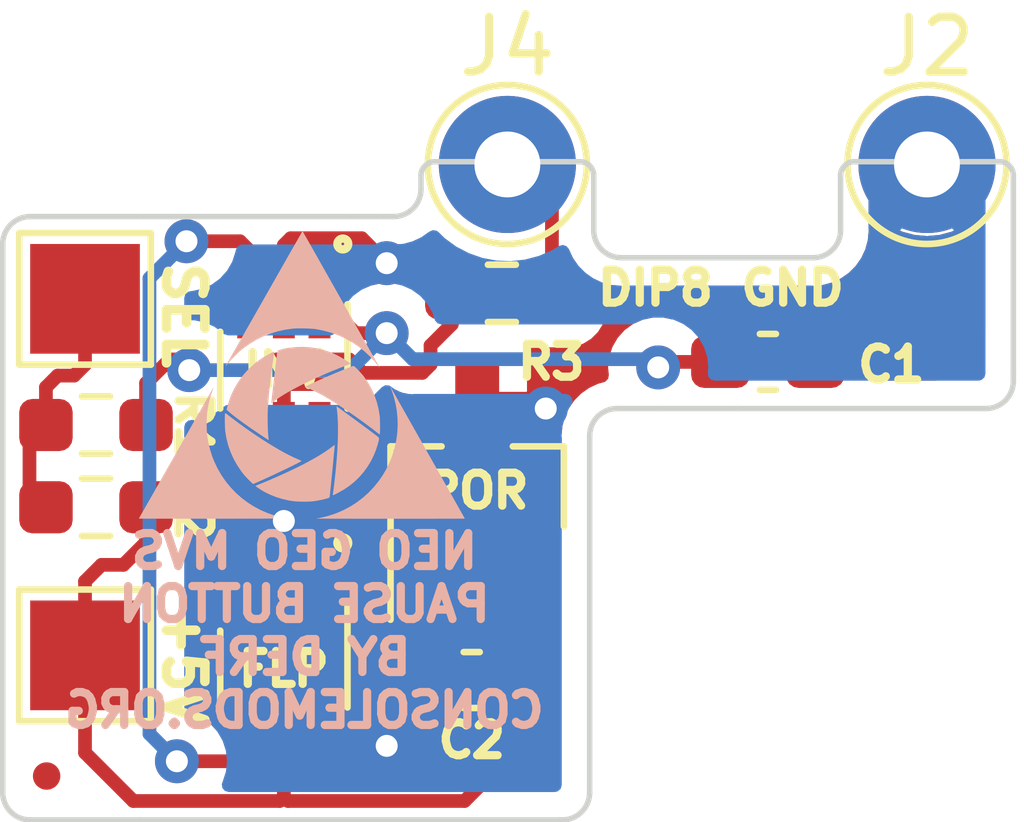
<source format=kicad_pcb>
(kicad_pcb (version 20211014) (generator pcbnew)
  (layers (0 "F.Cu" signal) (31 "B.Cu" signal) (34 "B.Paste" user) (35 "F.Paste" user) (36 "B.SilkS" user "B.Silkscreen") (37 "F.SilkS" user "F.Silkscreen") (38 "B.Mask" user) (39 "F.Mask" user) (44 "Edge.Cuts" user))
  (net 0 "")
  (net 1 "/Select")
  (net 2 "GND")
  (net 3 "/CLK")
  (net 4 "/POR")
  (net 5 "DIP8")
  (net 6 "INV_In")
  (net 7 "/Feedback")
  (net 8 "+5V")
  (net 9 "Net-(FLP1-Pad3)")
  (footprint "TestPoint:TestPoint_Pad_2.0x2.0mm" (layer "F.Cu") (at 106.7 44.8 90)
    (fp_text reference "J1" hide)
    (fp_text value "Conn_01x01_Male" hide)
    (fp_line (start 1.2 1.2) (end -1.2 1.2) (layer "F.SilkS") (width 0.12))
    (fp_line (start 1.2 -1.2) (end 1.2 1.2) (layer "F.SilkS") (width 0.12))
    (fp_line (start -1.2 1.2) (end -1.2 -1.2) (layer "F.SilkS") (width 0.12))
    (fp_line (start -1.2 -1.2) (end 1.2 -1.2) (layer "F.SilkS") (width 0.12))
    (pad "1" smd rect (at 0 0 90) (size 2 2) (layers "F.Cu" "F.Mask") (net 1 "/Select"))
  )
  (footprint "Fiducial:Fiducial_0.5mm_Mask1mm" (layer "F.Cu") (at 106 53.5)
    (fp_text reference "REF**" hide)
    (fp_text value "Fiducial_0.5mm_Mask1mm" hide)
    (pad "" smd circle (at 0 0) (size 0.5 0.5) (layers "F.Cu" "F.Mask") (clearance 0.25))
  )
  (footprint "Resistor_SMD:R_0603_1608Metric_Pad0.98x0.95mm_HandSolder" (layer "F.Cu") (at 106.9 48.6 180)
    (fp_text reference "R2" hide)
    (fp_text value "10k" hide)
    (fp_line (start -0.254724 0.5225) (end 0.254724 0.5225) (layer "F.SilkS") (width 0.12))
    (fp_line (start -0.254724 -0.5225) (end 0.254724 -0.5225) (layer "F.SilkS") (width 0.12))
    (pad "1" smd roundrect (at -0.9125 0 180) (size 0.975 0.95) (layers "F.Cu" "F.Paste" "F.Mask") (net 8 "+5V"))
    (pad "2" smd roundrect (at 0.9125 0 180) (size 0.975 0.95) (layers "F.Cu" "F.Paste" "F.Mask") (net 1 "/Select"))
  )
  (footprint "Fiducial:Fiducial_0.5mm_Mask1mm" (layer "F.Cu") (at 115.1 53.5)
    (fp_text reference "REF**" hide)
    (fp_text value "Fiducial_0.5mm_Mask1mm" hide)
    (pad "" smd circle (at 0 0) (size 0.5 0.5) (layers "F.Cu" "F.Mask") (clearance 0.25))
  )
  (footprint "TestPoint:TestPoint_THTPad_D2.5mm_Drill1.2mm" (layer "F.Cu") (at 122.05 42.35)
    (fp_text reference "J2" (at 0 -2.148) (layer "F.SilkS"))
    (fp_text value "Conn_01x01_Male" hide)
    (fp_circle (center 0 0) (end 0 1.45) (layer "F.SilkS") (width 0.12) (fill none))
    (pad "1" thru_hole circle (at 0 0) (size 2.5 2.5) (drill 1.2) (layers *.Cu *.Mask) (net 2 "GND") (thermal_gap 0.05))
  )
  (footprint "Package_TO_SOT_SMD:SOT-363_SC-70-6_Handsoldering" (layer "F.Cu") (at 110.325 51.55 -90)
    (fp_text reference "FLP1" hide)
    (fp_text value "SN74LVC1G175DCKR" hide)
    (fp_line (start 0.7 -1.16) (end -1.2 -1.16) (layer "F.SilkS") (width 0.12))
    (fp_line (start -0.7 1.16) (end 0.7 1.16) (layer "F.SilkS") (width 0.12))
    (pad "1" smd rect (at -1.33 -0.65 270) (size 1.5 0.4) (layers "F.Cu" "F.Paste" "F.Mask") (net 3 "/CLK"))
    (pad "2" smd rect (at -1.33 0 270) (size 1.5 0.4) (layers "F.Cu" "F.Paste" "F.Mask") (net 2 "GND"))
    (pad "3" smd rect (at -1.33 0.65 270) (size 1.5 0.4) (layers "F.Cu" "F.Paste" "F.Mask") (net 9 "Net-(FLP1-Pad3)"))
    (pad "4" smd rect (at 1.33 0.65 270) (size 1.5 0.4) (layers "F.Cu" "F.Paste" "F.Mask") (net 7 "/Feedback"))
    (pad "5" smd rect (at 1.33 0 270) (size 1.5 0.4) (layers "F.Cu" "F.Paste" "F.Mask") (net 8 "+5V"))
    (pad "6" smd rect (at 1.33 -0.65 270) (size 1.5 0.4) (layers "F.Cu" "F.Paste" "F.Mask") (net 4 "/POR"))
  )
  (footprint "Resistor_SMD:R_0603_1608Metric_Pad0.98x0.95mm_HandSolder" (layer "F.Cu") (at 114.3 44.7 180)
    (fp_text reference "R3" (at -0.9 -1.25) (layer "F.SilkS") (effects (font (size 0.6 0.6))))
    (fp_text value "10k" hide)
    (fp_line (start -0.254724 -0.5225) (end 0.254724 -0.5225) (layer "F.SilkS") (width 0.12))
    (fp_line (start -0.254724 0.5225) (end 0.254724 0.5225) (layer "F.SilkS") (width 0.12))
    (pad "1" smd roundrect (at -0.9125 0 180) (size 0.975 0.95) (layers "F.Cu" "F.Paste" "F.Mask") (net 5 "DIP8"))
    (pad "2" smd roundrect (at 0.9125 0 180) (size 0.975 0.95) (layers "F.Cu" "F.Paste" "F.Mask") (net 9 "Net-(FLP1-Pad3)"))
  )
  (footprint "Capacitor_SMD:C_0603_1608Metric_Pad1.08x0.95mm_HandSolder" (layer "F.Cu") (at 119.15 45.95 180)
    (fp_text reference "C1" hide)
    (fp_text value "100nF" hide)
    (fp_line (start -0.146267 -0.51) (end 0.146267 -0.51) (layer "F.SilkS") (width 0.12))
    (fp_line (start -0.146267 0.51) (end 0.146267 0.51) (layer "F.SilkS") (width 0.12))
    (pad "1" smd roundrect (at -0.8625 0 180) (size 1.075 0.95) (layers "F.Cu" "F.Paste" "F.Mask") (net 2 "GND"))
    (pad "2" smd roundrect (at 0.8625 0 180) (size 1.075 0.95) (layers "F.Cu" "F.Paste" "F.Mask") (net 6 "INV_In"))
  )
  (footprint "Resistor_SMD:R_0603_1608Metric_Pad0.98x0.95mm_HandSolder" (layer "F.Cu") (at 106.9 47.1)
    (fp_text reference "R1" hide)
    (fp_text value "1k" hide)
    (fp_line (start -0.254724 0.5225) (end 0.254724 0.5225) (layer "F.SilkS") (width 0.12))
    (fp_line (start -0.254724 -0.5225) (end 0.254724 -0.5225) (layer "F.SilkS") (width 0.12))
    (pad "1" smd roundrect (at -0.9125 0) (size 0.975 0.95) (layers "F.Cu" "F.Paste" "F.Mask") (net 1 "/Select"))
    (pad "2" smd roundrect (at 0.9125 0) (size 0.975 0.95) (layers "F.Cu" "F.Paste" "F.Mask") (net 6 "INV_In"))
  )
  (footprint "Package_TO_SOT_SMD:SOT-23_Handsoldering" (layer "F.Cu") (at 113.85 48.25 90)
    (fp_text reference "POR1" hide)
    (fp_text value "MCP100-315D" hide)
    (fp_line (start 0.76 1.58) (end -0.7 1.58) (layer "F.SilkS") (width 0.12))
    (fp_line (start 0.76 -1.58) (end 0.76 -0.65) (layer "F.SilkS") (width 0.12))
    (fp_line (start 0.76 -1.58) (end -2.4 -1.58) (layer "F.SilkS") (width 0.12))
    (fp_line (start 0.76 1.58) (end 0.76 0.65) (layer "F.SilkS") (width 0.12))
    (pad "1" smd rect (at -1.5 -0.95 90) (size 1.9 0.8) (layers "F.Cu" "F.Paste" "F.Mask") (net 4 "/POR"))
    (pad "2" smd rect (at -1.5 0.95 90) (size 1.9 0.8) (layers "F.Cu" "F.Paste" "F.Mask") (net 8 "+5V"))
    (pad "3" smd rect (at 1.5 0 90) (size 1.9 0.8) (layers "F.Cu" "F.Paste" "F.Mask") (net 2 "GND"))
  )
  (footprint "TestPoint:TestPoint_Pad_2.0x2.0mm" (layer "F.Cu") (at 106.7 51.3 90)
    (fp_text reference "J3" hide)
    (fp_text value "Conn_01x01_Male" hide)
    (fp_line (start -1.2 -1.2) (end 1.2 -1.2) (layer "F.SilkS") (width 0.12))
    (fp_line (start 1.2 -1.2) (end 1.2 1.2) (layer "F.SilkS") (width 0.12))
    (fp_line (start 1.2 1.2) (end -1.2 1.2) (layer "F.SilkS") (width 0.12))
    (fp_line (start -1.2 1.2) (end -1.2 -1.2) (layer "F.SilkS") (width 0.12))
    (pad "1" smd rect (at 0 0 90) (size 2 2) (layers "F.Cu" "F.Mask") (net 8 "+5V"))
  )
  (footprint "TestPoint:TestPoint_THTPad_D2.5mm_Drill1.2mm" (layer "F.Cu") (at 114.4 42.35)
    (fp_text reference "J4" (at 0 -2.148) (layer "F.SilkS"))
    (fp_text value "Conn_01x01_Male" hide)
    (fp_circle (center 0 0) (end 0 1.45) (layer "F.SilkS") (width 0.12) (fill none))
    (pad "1" thru_hole circle (at 0 0) (size 2.5 2.5) (drill 1.2) (layers *.Cu *.Mask) (net 5 "DIP8"))
  )
  (footprint "Capacitor_SMD:C_0603_1608Metric_Pad1.08x0.95mm_HandSolder" (layer "F.Cu") (at 113.75 51.75 180)
    (fp_text reference "C2" hide)
    (fp_text value "100nF" hide)
    (fp_line (start -0.146267 -0.51) (end 0.146267 -0.51) (layer "F.SilkS") (width 0.12))
    (fp_line (start -0.146267 0.51) (end 0.146267 0.51) (layer "F.SilkS") (width 0.12))
    (pad "1" smd roundrect (at -0.8625 0 180) (size 1.075 0.95) (layers "F.Cu" "F.Paste" "F.Mask") (net 8 "+5V"))
    (pad "2" smd roundrect (at 0.8625 0 180) (size 1.075 0.95) (layers "F.Cu" "F.Paste" "F.Mask") (net 2 "GND"))
  )
  (footprint "Package_TO_SOT_SMD:SOT-363_SC-70-6_Handsoldering" (layer "F.Cu") (at 110.325 46.1 -90)
    (fp_text reference "INV1" hide)
    (fp_text value "AIP74LVC2G14GC363" hide)
    (fp_line (start -0.7 1.16) (end 0.7 1.16) (layer "F.SilkS") (width 0.12))
    (fp_line (start 0.7 -1.16) (end -1.2 -1.16) (layer "F.SilkS") (width 0.12))
    (pad "1" smd rect (at -1.33 -0.65 270) (size 1.5 0.4) (layers "F.Cu" "F.Paste" "F.Mask") (net 6 "INV_In"))
    (pad "2" smd rect (at -1.33 0 270) (size 1.5 0.4) (layers "F.Cu" "F.Paste" "F.Mask") (net 2 "GND"))
    (pad "3" smd rect (at -1.33 0.65 270) (size 1.5 0.4) (layers "F.Cu" "F.Paste" "F.Mask") (net 7 "/Feedback"))
    (pad "4" smd rect (at 1.33 0.65 270) (size 1.5 0.4) (layers "F.Cu" "F.Paste" "F.Mask") (net 9 "Net-(FLP1-Pad3)"))
    (pad "5" smd rect (at 1.33 0 270) (size 1.5 0.4) (layers "F.Cu" "F.Paste" "F.Mask") (net 8 "+5V"))
    (pad "6" smd rect (at 1.33 -0.65 270) (size 1.5 0.4) (layers "F.Cu" "F.Paste" "F.Mask") (net 3 "/CLK"))
  )
  (footprint "Fiducial:Fiducial_0.5mm_Mask1mm" (layer "F.Cu") (at 122.8 45.95)
    (fp_text reference "REF**" hide)
    (fp_text value "Fiducial_0.5mm_Mask1mm" hide)
    (pad "" smd circle (at 0 0) (size 0.5 0.5) (layers "F.Cu" "F.Mask") (clearance 0.25))
  )
  (footprint "Derf:Triforce" (layer "B.Cu") (at 110.65 46.2 180)
    (fp_text reference "G***" hide)
    (fp_text value "LOGO" hide)
    (fp_poly (pts (xy 1.607645 -0.21609) (xy 1.60887 -0.217662) (xy 1.611131 -0.221136) (xy 1.614737 -0.227049) (xy 1.619995 -0.235939) (xy 1.627216 -0.248342) (xy 1.636707 -0.264794) (xy 1.648778 -0.285832) (xy 1.663736 -0.311992) (xy 1.681891 -0.343813) (xy 1.703551 -0.381829) (xy 1.729026 -0.426578) (xy 1.758623 -0.478597) (xy 1.792652 -0.538422) (xy 1.831421 -0.60659) (xy 1.875239 -0.683637) (xy 1.921528 -0.765026) (xy 1.965527 -0.842384) (xy 2.011023 -0.922374) (xy 2.057294 -1.003726) (xy 2.10362 -1.085173) (xy 2.149278 -1.165446) (xy 2.193548 -1.243276) (xy 2.235708 -1.317397) (xy 2.275036 -1.386538) (xy 2.310811 -1.449433) (xy 2.342312 -1.504812) (xy 2.366413 -1.547179) (xy 2.399924 -1.606092) (xy 2.437918 -1.672888) (xy 2.479231 -1.745521) (xy 2.522701 -1.82195) (xy 2.567166 -1.900129) (xy 2.611464 -1.978015) (xy 2.654431 -2.053565) (xy 2.694906 -2.124735) (xy 2.717103 -2.163767) (xy 2.750312 -2.222148) (xy 2.782607 -2.278888) (xy 2.813422 -2.332996) (xy 2.842191 -2.38348) (xy 2.86835 -2.429351) (xy 2.891332 -2.469616) (xy 2.910574 -2.503284) (xy 2.925508 -2.529365) (xy 2.935571 -2.546867) (xy 2.937896 -2.550884) (xy 2.950468 -2.57275) (xy 2.960572 -2.590743) (xy 2.967023 -2.602726) (xy 2.968757 -2.606548) (xy 2.963131 -2.606776) (xy 2.946582 -2.606994) (xy 2.919606 -2.607201) (xy 2.882699 -2.607396) (xy 2.836356 -2.607579) (xy 2.781074 -2.607748) (xy 2.717347 -2.607904) (xy 2.645673 -2.608045) (xy 2.566545 -2.60817) (xy 2.480461 -2.60828) (xy 2.387916 -2.608373) (xy 2.289405 -2.608448) (xy 2.185425 -2.608505) (xy 2.07647 -2.608543) (xy 1.963037 -2.608562) (xy 1.845622 -2.60856) (xy 1.72472 -2.608538) (xy 1.611407 -2.608498) (xy 1.483333 -2.608423) (xy 1.359175 -2.608309) (xy 1.239381 -2.608161) (xy 1.124404 -2.607977) (xy 1.014691 -2.607762) (xy 0.910694 -2.607517) (xy 0.812863 -2.607242) (xy 0.721647 -2.606941) (xy 0.637496 -2.606615) (xy 0.560861 -2.606266) (xy 0.492191 -2.605896) (xy 0.431936 -2.605507) (xy 0.380547 -2.6051) (xy 0.338474 -2.604677) (xy 0.306166 -2.60424) (xy 0.284073 -2.603792) (xy 0.272645 -2.603333) (xy 0.271185 -2.603019) (xy 0.28378 -2.599925) (xy 0.304451 -2.595385) (xy 0.330055 -2.590072) (xy 0.350972 -2.585914) (xy 0.381696 -2.579282) (xy 0.418577 -2.570339) (xy 0.456902 -2.560274) (xy 0.490846 -2.550612) (xy 0.623105 -2.5052) (xy 0.750491 -2.449717) (xy 0.872479 -2.384599) (xy 0.988548 -2.31028) (xy 1.098175 -2.227196) (xy 1.200837 -2.135783) (xy 1.296011 -2.036475) (xy 1.383174 -1.929708) (xy 1.461804 -1.815918) (xy 1.531378 -1.695539) (xy 1.541666 -1.675635) (xy 1.592763 -1.567227) (xy 1.635292 -1.45912) (xy 1.670023 -1.348823) (xy 1.697723 -1.233845) (xy 1.719161 -1.111694) (xy 1.722182 -1.090447) (xy 1.726588 -1.048759) (xy 1.729761 -0.998507) (xy 1.7317 -0.94248) (xy 1.732406 -0.883465) (xy 1.731877 -0.824252) (xy 1.730114 -0.767627) (xy 1.727117 -0.716379) (xy 1.722887 -0.673297) (xy 1.722182 -0.66797) (xy 1.708855 -0.583896) (xy 1.692354 -0.500877) (xy 1.673276 -0.421355) (xy 1.652219 -0.347769) (xy 1.629781 -0.28256) (xy 1.624287 -0.268501) (xy 1.615984 -0.247084) (xy 1.60993 -0.230048) (xy 1.606975 -0.219858) (xy 1.606927 -0.218098) (xy 1.607096 -0.217425) (xy 1.607066 -0.216509) (xy 1.607146 -0.215885)) (layer "B.SilkS") (width 0) (fill solid))
    (fp_poly (pts (xy -0.937513 0.174786) (xy -0.918835 0.168487) (xy -0.891825 0.158529) (xy -0.857556 0.145352) (xy -0.8171 0.129397) (xy -0.77153 0.111106) (xy -0.721916 0.090919) (xy -0.669332 0.069278) (xy -0.61485 0.046625) (xy -0.559542 0.023399) (xy -0.504481 0.000043) (xy -0.450738 -0.023003) (xy -0.399386 -0.045297) (xy -0.351497 -0.066398) (xy -0.31023 -0.084918) (xy -0.247812 -0.113368) (xy -0.195432 -0.137535) (xy -0.152637 -0.157642) (xy -0.118972 -0.173914) (xy -0.093985 -0.186575) (xy -0.077223 -0.195848) (xy -0.068231 -0.201956) (xy -0.066557 -0.205124) (xy -0.066608 -0.20517) (xy -0.073915 -0.209137) (xy -0.088828 -0.215911) (xy -0.108326 -0.224128) (xy -0.111328 -0.225348) (xy -0.139717 -0.2376) (xy -0.175785 -0.254351) (xy -0.217282 -0.274463) (xy -0.261954 -0.2968) (xy -0.307551 -0.320227) (xy -0.351821 -0.343606) (xy -0.392513 -0.365801) (xy -0.416768 -0.379509) (xy -0.49844 -0.427819) (xy -0.587156 -0.482683) (xy -0.681419 -0.543072) (xy -0.779733 -0.607958) (xy -0.880603 -0.676315) (xy -0.982532 -0.747114) (xy -1.084024 -0.819328) (xy -1.183585 -0.891928) (xy -1.279718 -0.963888) (xy -1.370927 -1.034179) (xy -1.379907 -1.041225) (xy -1.42102 -1.073535) (xy -1.425222 -1.052018) (xy -1.427112 -1.035552) (xy -1.428449 -1.009827) (xy -1.429254 -0.97699) (xy -1.429546 -0.939186) (xy -1.429345 -0.898561) (xy -1.428669 -0.85726) (xy -1.42754 -0.81743) (xy -1.425975 -0.781215) (xy -1.423995 -0.750762) (xy -1.422325 -0.733625) (xy -1.401304 -0.604616) (xy -1.369514 -0.479386) (xy -1.327004 -0.358053) (xy -1.273819 -0.240735) (xy -1.210006 -0.127548) (xy -1.137446 -0.02107) (xy -1.119008 0.00252) (xy -1.096913 0.028858) (xy -1.072468 0.056587) (xy -1.046978 0.084349) (xy -1.021752 0.110787) (xy -0.998096 0.134543) (xy -0.977317 0.154259) (xy -0.960722 0.168579) (xy -0.949617 0.176144) (xy -0.946788 0.176984)) (layer "B.SilkS") (width 0) (fill solid))
    (fp_poly (pts (xy -0.015342 2.63144) (xy -0.014091 2.630119) (xy -0.012071 2.627365) (xy -0.00903 2.622738) (xy -0.004715 2.615797) (xy 0.001127 2.606103) (xy 0.008749 2.593216) (xy 0.018402 2.576695) (xy 0.030341 2.556101) (xy 0.044816 2.530993) (xy 0.062082 2.50093) (xy 0.08239 2.465474) (xy 0.105994 2.424183) (xy 0.133146 2.376618) (xy 0.164098 2.322339) (xy 0.199104 2.260905) (xy 0.238416 2.191877) (xy 0.282287 2.114813) (xy 0.330969 2.029275) (xy 0.384714 1.934822) (xy 0.443777 1.831013) (xy 0.462342 1.798382) (xy 0.524334 1.689419) (xy 0.581061 1.589711) (xy 0.632906 1.498585) (xy 0.68025 1.415372) (xy 0.723474 1.339402) (xy 0.762962 1.270002) (xy 0.799094 1.206502) (xy 0.832251 1.148233) (xy 0.862817 1.094523) (xy 0.891172 1.044701) (xy 0.917699 0.998096) (xy 0.942779 0.954039) (xy 0.966793 0.911858) (xy 0.990125 0.870883) (xy 1.013154 0.830442) (xy 1.036264 0.789866) (xy 1.059835 0.748483) (xy 1.084251 0.705624) (xy 1.109891 0.660616) (xy 1.137139 0.61279) (xy 1.165876 0.562351) (xy 1.208464 0.487623) (xy 1.245697 0.422309) (xy 1.277845 0.365888) (xy 1.305183 0.31784) (xy 1.327982 0.277643) (xy 1.346515 0.244778) (xy 1.361053 0.218722) (xy 1.37187 0.198957) (xy 1.379238 0.18496) (xy 1.383429 0.176212) (xy 1.384716 0.17219) (xy 1.38337 0.172375) (xy 1.379665 0.176247) (xy 1.373873 0.183283) (xy 1.366266 0.192963) (xy 1.357116 0.204768) (xy 1.346696 0.218175) (xy 1.344306 0.22123) (xy 1.318871 0.251669) (xy 1.286546 0.287269) (xy 1.249345 0.326048) (xy 1.209287 0.366024) (xy 1.168387 0.405214) (xy 1.128663 0.441636) (xy 1.09213 0.473308) (xy 1.068141 0.492673) (xy 0.950413 0.576884) (xy 0.828913 0.650321) (xy 0.703587 0.713005) (xy 0.574383 0.764958) (xy 0.441245 0.806201) (xy 0.304119 0.836757) (xy 0.163919 0.856549) (xy 0.129963 0.859037) (xy 0.087647 0.860603) (xy 0.039321 0.861296) (xy -0.012666 0.861162) (xy -0.065966 0.860248) (xy -0.118229 0.858602) (xy -0.167106 0.85627) (xy -0.210248 0.8533) (xy -0.245307 0.84974) (xy -0.256911 0.848102) (xy -0.399557 0.820034) (xy -0.537377 0.78175) (xy -0.670075 0.733424) (xy -0.797353 0.67523) (xy -0.918915 0.607341) (xy -1.034464 0.529933) (xy -1.143702 0.443177) (xy -1.246333 0.347248) (xy -1.34206 0.24232) (xy -1.3869 0.186975) (xy -1.40196 0.168193) (xy -1.413261 0.155162) (xy -1.420003 0.148627) (xy -1.421384 0.149333) (xy -1.416605 0.158025) (xy -1.414516 0.161284) (xy -1.410038 0.168807) (xy -1.400562 0.185213) (xy -1.386695 0.209436) (xy -1.369043 0.240412) (xy -1.348213 0.277073) (xy -1.324812 0.318355) (xy -1.299445 0.363193) (xy -1.278858 0.39964) (xy -1.247035 0.456021) (xy -1.212208 0.517725) (xy -1.175803 0.582222) (xy -1.139248 0.646983) (xy -1.10397 0.709482) (xy -1.071397 0.767187) (xy -1.042956 0.817571) (xy -1.042001 0.819263) (xy -1.014109 0.868678) (xy -0.984862 0.9205) (xy -0.955474 0.972578) (xy -0.927158 1.022763) (xy -0.901127 1.068905) (xy -0.878595 1.108852) (xy -0.864827 1.133266) (xy -0.843576 1.170955) (xy -0.818265 1.215842) (xy -0.790445 1.265177) (xy -0.761666 1.316212) (xy -0.733477 1.366198) (xy -0.708335 1.410782) (xy -0.692985 1.438001) (xy -0.672548 1.474243) (xy -0.647547 1.518581) (xy -0.618502 1.570091) (xy -0.585936 1.627848) (xy -0.550368 1.690927) (xy -0.512322 1.758404) (xy -0.472318 1.829353) (xy -0.430877 1.902851) (xy -0.388522 1.977971) (xy -0.345773 2.05379) (xy -0.319712 2.100013) (xy -0.279176 2.171845) (xy -0.240183 2.240824) (xy -0.2031 2.306304) (xy -0.168296 2.36764) (xy -0.136138 2.424188) (xy -0.106996 2.475302) (xy -0.081237 2.520337) (xy -0.05923 2.55865) (xy -0.041343 2.589594) (xy -0.027943 2.612525) (xy -0.0194 2.626798) (xy -0.016082 2.631768) (xy -0.016077 2.631769)) (layer "B.SilkS") (width 0) (fill solid))
    (fp_poly (pts (xy 0.098487 0.521555) (xy 0.230333 0.507312) (xy 0.263631 0.502049) (xy 0.29876 0.495538) (xy 0.333887 0.487938) (xy 0.366974 0.479803) (xy 0.395984 0.471682) (xy 0.418878 0.46413) (xy 0.433619 0.457697) (xy 0.437382 0.454981) (xy 0.440791 0.446605) (xy 0.444696 0.429756) (xy 0.448488 0.407326) (xy 0.450271 0.393931) (xy 0.452507 0.375466) (xy 0.455918 0.347391) (xy 0.460292 0.31143) (xy 0.46542 0.269307) (xy 0.471092 0.222748) (xy 0.477098 0.173476) (xy 0.482241 0.13131) (xy 0.487498 0.087846) (xy 0.493278 0.039415) (xy 0.499443 -0.012781) (xy 0.505856 -0.067543) (xy 0.512382 -0.123672) (xy 0.518882 -0.179967) (xy 0.52522 -0.23523) (xy 0.531259 -0.288261) (xy 0.536862 -0.33786) (xy 0.541894 -0.382828) (xy 0.546216 -0.421964) (xy 0.549692 -0.45407) (xy 0.552185 -0.477946) (xy 0.553558 -0.492392) (xy 0.553788 -0.496012) (xy 0.55243 -0.500911) (xy 0.547383 -0.500592) (xy 0.537189 -0.494326) (xy 0.52039 -0.481386) (xy 0.513824 -0.476077) (xy 0.460445 -0.435418) (xy 0.396855 -0.391862) (xy 0.323779 -0.345795) (xy 0.241941 -0.297606) (xy 0.152066 -0.247682) (xy 0.054879 -0.196412) (xy -0.048897 -0.144182) (xy -0.158535 -0.09138) (xy -0.273313 -0.038395) (xy -0.392505 0.014387) (xy -0.445313 0.037085) (xy -0.480997 0.052135) (xy -0.521341 0.068897) (xy -0.564956 0.086815) (xy -0.610453 0.105335) (xy -0.656442 0.123904) (xy -0.701533 0.141966) (xy -0.744338 0.158968) (xy -0.783466 0.174354) (xy -0.817527 0.187571) (xy -0.845134 0.198063) (xy -0.864895 0.205277) (xy -0.875131 0.208587) (xy -0.886379 0.212966) (xy -0.890627 0.217435) (xy -0.88593 0.223053) (xy -0.872854 0.233393) (xy -0.852925 0.247491) (xy -0.827668 0.264384) (xy -0.798607 0.283109) (xy -0.767267 0.302703) (xy -0.735172 0.322204) (xy -0.703848 0.340648) (xy -0.674819 0.357072) (xy -0.649611 0.370513) (xy -0.642996 0.373832) (xy -0.524177 0.426373) (xy -0.403759 0.467703) (xy -0.281512 0.497854) (xy -0.157207 0.516858) (xy -0.030617 0.524748)) (layer "B.SilkS") (width 0) (fill solid))
    (fp_poly (pts (xy 0.50433 0.436146) (xy 0.518316 0.430113) (xy 0.538677 0.420476) (xy 0.563588 0.408166) (xy 0.591223 0.394115) (xy 0.619756 0.379252) (xy 0.647363 0.364508) (xy 0.672218 0.350813) (xy 0.692495 0.339099) (xy 0.695806 0.337097) (xy 0.773708 0.285005) (xy 0.852119 0.224083) (xy 0.928631 0.156538) (xy 1.000837 0.08458) (xy 1.066332 0.010417) (xy 1.103559 -0.037109) (xy 1.15186 -0.106668) (xy 1.198788 -0.182775) (xy 1.241525 -0.260652) (xy 1.270106 -0.319484) (xy 1.284559 -0.353435) (xy 1.300321 -0.394139) (xy 1.316355 -0.438555) (xy 1.331618 -0.483647) (xy 1.345072 -0.526373) (xy 1.355677 -0.563696) (xy 1.360632 -0.583998) (xy 1.369174 -0.622772) (xy 1.31973 -0.666006) (xy 1.279946 -0.699485) (xy 1.231329 -0.738167) (xy 1.17483 -0.781363) (xy 1.111396 -0.828384) (xy 1.041979 -0.878542) (xy 0.967527 -0.93115) (xy 0.888988 -0.985518) (xy 0.807314 -1.040958) (xy 0.747899 -1.080623) (xy 0.706042 -1.108392) (xy 0.672786 -1.130417) (xy 0.647173 -1.147207) (xy 0.628247 -1.159266) (xy 0.615053 -1.167103) (xy 0.606634 -1.171223) (xy 0.602035 -1.172134) (xy 0.600298 -1.170344) (xy 0.600469 -1.166357) (xy 0.60159 -1.160682) (xy 0.602116 -1.157907) (xy 0.606366 -1.126951) (xy 0.610139 -1.086373) (xy 0.61339 -1.037962) (xy 0.616074 -0.983506) (xy 0.618145 -0.924794) (xy 0.619559 -0.863613) (xy 0.62027 -0.801753) (xy 0.620234 -0.741002) (xy 0.619404 -0.683148) (xy 0.617737 -0.629979) (xy 0.616222 -0.59946) (xy 0.595969 -0.327805) (xy 0.566552 -0.049639) (xy 0.527958 0.235154) (xy 0.516361 0.310668) (xy 0.510741 0.346998) (xy 0.505913 0.379349) (xy 0.502107 0.406088) (xy 0.499552 0.42558) (xy 0.498476 0.436193) (xy 0.498545 0.437647)) (layer "B.SilkS") (width 0) (fill solid))
    (fp_poly (pts (xy -1.618849 -0.210304) (xy -1.622942 -0.222658) (xy -1.627855 -0.235502) (xy -1.661226 -0.327801) (xy -1.690487 -0.426734) (xy -1.714475 -0.527905) (xy -1.73203 -0.626917) (xy -1.732867 -0.632792) (xy -1.747113 -0.774544) (xy -1.750004 -0.915525) (xy -1.741583 -1.055408) (xy -1.721895 -1.193865) (xy -1.690982 -1.33057) (xy -1.648888 -1.465194) (xy -1.609294 -1.566272) (xy -1.549539 -1.691936) (xy -1.480248 -1.811792) (xy -1.401949 -1.925348) (xy -1.315167 -2.03211) (xy -1.22043 -2.131588) (xy -1.118264 -2.223289) (xy -1.009196 -2.306721) (xy -0.893752 -2.381392) (xy -0.772458 -2.44681) (xy -0.645843 -2.502483) (xy -0.582333 -2.525946) (xy -0.495891 -2.553451) (xy -0.407337 -2.577012) (xy -0.322567 -2.595085) (xy -0.299743 -2.599458) (xy -0.281565 -2.603299) (xy -0.27068 -2.606029) (xy -0.268805 -2.606792) (xy -0.274213 -2.607001) (xy -0.290543 -2.607204) (xy -0.317302 -2.607402) (xy -0.353993 -2.607593) (xy -0.400122 -2.607776) (xy -0.455193 -2.607951) (xy -0.518712 -2.608116) (xy -0.590183 -2.608271) (xy -0.669111 -2.608416) (xy -0.755001 -2.608548) (xy -0.847357 -2.608668) (xy -0.945685 -2.608774) (xy -1.049489 -2.608866) (xy -1.158275 -2.608942) (xy -1.271547 -2.609003) (xy -1.388809 -2.609047) (xy -1.509568 -2.609073) (xy -1.620446 -2.609081) (xy -1.743953 -2.609073) (xy -1.864425 -2.609049) (xy -1.981368 -2.609011) (xy -2.094284 -2.608959) (xy -2.202677 -2.608893) (xy -2.306051 -2.608815) (xy -2.403911 -2.608725) (xy -2.495758 -2.608623) (xy -2.581097 -2.608511) (xy -2.659433 -2.60839) (xy -2.730267 -2.608259) (xy -2.793105 -2.608119) (xy -2.847449 -2.607972) (xy -2.892804 -2.607818) (xy -2.928673 -2.607658) (xy -2.95456 -2.607492) (xy -2.969968 -2.607321) (xy -2.974466 -2.607164) (xy -2.973321 -2.604771) (xy -2.969739 -2.598096) (xy -2.963496 -2.586744) (xy -2.95437 -2.570319) (xy -2.942139 -2.548427) (xy -2.92658 -2.520672) (xy -2.90747 -2.486658) (xy -2.884588 -2.44599) (xy -2.85771 -2.398273) (xy -2.826614 -2.343111) (xy -2.791077 -2.280108) (xy -2.750877 -2.20887) (xy -2.705791 -2.129001) (xy -2.655597 -2.040104) (xy -2.600073 -1.941786) (xy -2.581956 -1.90971) (xy -2.548392 -1.850281) (xy -2.514305 -1.789921) (xy -2.480493 -1.730042) (xy -2.447754 -1.672057) (xy -2.416885 -1.61738) (xy -2.388684 -1.567422) (xy -2.363949 -1.523596) (xy -2.343476 -1.487315) (xy -2.332158 -1.467251) (xy -2.288023 -1.389) (xy -2.241297 -1.306158) (xy -2.192703 -1.220006) (xy -2.142963 -1.131824) (xy -2.092797 -1.04289) (xy -2.042929 -0.954484) (xy -1.994079 -0.867888) (xy -1.946971 -0.784379) (xy -1.902325 -0.705238) (xy -1.860864 -0.631744) (xy -1.823309 -0.565178) (xy -1.790383 -0.506818) (xy -1.779839 -0.488132) (xy -1.753138 -0.440805) (xy -1.727613 -0.395557) (xy -1.703931 -0.353569) (xy -1.682758 -0.316024) (xy -1.66476 -0.284101) (xy -1.650603 -0.258982) (xy -1.640954 -0.24185) (xy -1.637384 -0.235502) (xy -1.628136 -0.219663) (xy -1.621109 -0.2088) (xy -1.618208 -0.205529)) (layer "B.SilkS") (width 0) (fill solid))
    (fp_poly (pts (xy -0.596643 -1.264984) (xy -0.584255 -1.273925) (xy -0.56625 -1.287278) (xy -0.544349 -1.303775) (xy -0.538164 -1.308474) (xy -0.473756 -1.355523) (xy -0.403582 -1.402952) (xy -0.326712 -1.451318) (xy -0.242215 -1.50118) (xy -0.14916 -1.553094) (xy -0.046616 -1.607619) (xy 0.008564 -1.636064) (xy 0.086282 -1.674925) (xy 0.172477 -1.716551) (xy 0.264859 -1.759912) (xy 0.361135 -1.803979) (xy 0.459015 -1.847721) (xy 0.556207 -1.890109) (xy 0.65042 -1.930113) (xy 0.739363 -1.966702) (xy 0.782154 -1.983794) (xy 0.805435 -1.993239) (xy 0.824793 -2.001565) (xy 0.8377 -2.007657) (xy 0.841476 -2.009931) (xy 0.838783 -2.014476) (xy 0.827891 -2.02378) (xy 0.810408 -2.036754) (xy 0.787946 -2.052314) (xy 0.762114 -2.069372) (xy 0.734522 -2.086844) (xy 0.70678 -2.103641) (xy 0.680498 -2.118679) (xy 0.679389 -2.11929) (xy 0.577156 -2.169797) (xy 0.467823 -2.213229) (xy 0.353845 -2.248765) (xy 0.237675 -2.275584) (xy 0.185548 -2.284557) (xy 0.138844 -2.290238) (xy 0.083994 -2.294471) (xy 0.024183 -2.297196) (xy -0.037401 -2.298351) (xy -0.097574 -2.297876) (xy -0.153147 -2.29571) (xy -0.19982 -2.291916) (xy -0.257771 -2.284148) (xy -0.318808 -2.273566) (xy -0.37882 -2.260995) (xy -0.433695 -2.247262) (xy -0.459159 -2.239835) (xy -0.482215 -2.232502) (xy -0.496614 -2.22691) (xy -0.504625 -2.221491) (xy -0.508518 -2.214681) (xy -0.510566 -2.204912) (xy -0.510661 -2.204315) (xy -0.512378 -2.191316) (xy -0.515062 -2.168152) (xy -0.518591 -2.136025) (xy -0.522844 -2.096137) (xy -0.527699 -2.049689) (xy -0.533034 -1.997883) (xy -0.538729 -1.94192) (xy -0.544661 -1.883002) (xy -0.550709 -1.82233) (xy -0.556752 -1.761107) (xy -0.562668 -1.700534) (xy -0.568336 -1.641812) (xy -0.573633 -1.586143) (xy -0.578439 -1.534729) (xy -0.579134 -1.527197) (xy -0.583707 -1.477573) (xy -0.588035 -1.430659) (xy -0.591985 -1.387877) (xy -0.595428 -1.35065) (xy -0.59823 -1.320401) (xy -0.600261 -1.298551) (xy -0.60139 -1.286525) (xy -0.601441 -1.285986) (xy -0.602425 -1.271198) (xy -0.60216 -1.262604) (xy -0.60169 -1.261722)) (layer "B.SilkS") (width 0) (fill solid))
    (fp_poly (pts (xy -0.636338 -0.566703) (xy -0.637662 -0.581619) (xy -0.640149 -0.602851) (xy -0.642363 -0.619541) (xy -0.651226 -0.698541) (xy -0.657447 -0.787906) (xy -0.66104 -0.886894) (xy -0.662021 -0.994766) (xy -0.660406 -1.11078) (xy -0.65621 -1.234196) (xy -0.649448 -1.364275) (xy -0.640136 -1.500274) (xy -0.628289 -1.641455) (xy -0.619243 -1.735581) (xy -0.615171 -1.774896) (xy -0.610443 -1.818753) (xy -0.60524 -1.865619) (xy -0.599745 -1.913961) (xy -0.594141 -1.962246) (xy -0.588609 -2.008941) (xy -0.583333 -2.052512) (xy -0.578494 -2.091426) (xy -0.574274 -2.124151) (xy -0.570857 -2.149152) (xy -0.568423 -2.164897) (xy -0.567814 -2.168049) (xy -0.568072 -2.17843) (xy -0.572233 -2.180672) (xy -0.579583 -2.178095) (xy -0.595138 -2.17113) (xy -0.616986 -2.16068) (xy -0.643215 -2.147651) (xy -0.659661 -2.13928) (xy -0.771911 -2.075957) (xy -0.875285 -2.005682) (xy -0.970303 -1.927997) (xy -1.05748 -1.842442) (xy -1.137335 -1.748561) (xy -1.202033 -1.658582) (xy -1.260273 -1.562708) (xy -1.31128 -1.46168) (xy -1.353849 -1.358163) (xy -1.386774 -1.254822) (xy -1.389724 -1.243697) (xy -1.399407 -1.206943) (xy -1.406266 -1.179315) (xy -1.409763 -1.15875) (xy -1.409359 -1.143186) (xy -1.404515 -1.130561) (xy -1.39469 -1.118813) (xy -1.379346 -1.10588) (xy -1.357944 -1.089699) (xy -1.347359 -1.081698) (xy -1.312953 -1.055621) (xy -1.273604 -1.02602) (xy -1.230127 -0.993493) (xy -1.183337 -0.958636) (xy -1.134049 -0.922048) (xy -1.083079 -0.884326) (xy -1.031242 -0.846067) (xy -0.979353 -0.80787) (xy -0.928229 -0.770331) (xy -0.878683 -0.73405) (xy -0.831531 -0.699622) (xy -0.787589 -0.667646) (xy -0.747671 -0.638719) (xy -0.712594 -0.613439) (xy -0.683172 -0.592403) (xy -0.660221 -0.57621) (xy -0.644556 -0.565457) (xy -0.636993 -0.56074) (xy -0.636425 -0.560592)) (layer "B.SilkS") (width 0) (fill solid))
    (fp_poly (pts (xy 1.395682 -0.686284) (xy 1.39705 -0.688925) (xy 1.398778 -0.699437) (xy 1.400041 -0.719468) (xy 1.400857 -0.74713) (xy 1.401246 -0.780534) (xy 1.401225 -0.817792) (xy 1.400812 -0.857014) (xy 1.400026 -0.896311) (xy 1.398885 -0.933797) (xy 1.397407 -0.96758) (xy 1.395611 -0.995774) (xy 1.393916 -1.013374) (xy 1.37243 -1.143227) (xy 1.339988 -1.270195) (xy 1.2968 -1.393784) (xy 1.243073 -1.5135) (xy 1.179018 -1.62885) (xy 1.104844 -1.739338) (xy 1.063973 -1.792672) (xy 1.046927 -1.81304) (xy 1.026005 -1.836583) (xy 1.002572 -1.86192) (xy 0.977995 -1.88767) (xy 0.953641 -1.912452) (xy 0.930875 -1.934884) (xy 0.911065 -1.953584) (xy 0.895576 -1.967173) (xy 0.885775 -1.974268) (xy 0.883631 -1.974978) (xy 0.876532 -1.972606) (xy 0.860611 -1.966166) (xy 0.837435 -1.95633) (xy 0.808571 -1.943768) (xy 0.775587 -1.92915) (xy 0.756462 -1.920569) (xy 0.68917 -1.890075) (xy 0.620935 -1.858828) (xy 0.552542 -1.827208) (xy 0.484775 -1.795596) (xy 0.418416 -1.764371) (xy 0.354251 -1.733913) (xy 0.293062 -1.704603) (xy 0.235634 -1.67682) (xy 0.182749 -1.650945) (xy 0.135192 -1.627357) (xy 0.093746 -1.606438) (xy 0.059195 -1.588566) (xy 0.032323 -1.574122) (xy 0.013914 -1.563485) (xy 0.00475 -1.557037) (xy 0.003854 -1.55559) (xy 0.009251 -1.551242) (xy 0.022998 -1.543975) (xy 0.042778 -1.534943) (xy 0.058091 -1.528544) (xy 0.134474 -1.4955) (xy 0.218284 -1.45517) (xy 0.308647 -1.408106) (xy 0.404688 -1.354861) (xy 0.505532 -1.295987) (xy 0.610305 -1.232037) (xy 0.718132 -1.163563) (xy 0.828138 -1.091119) (xy 0.939449 -1.015256) (xy 1.05119 -0.936528) (xy 1.162486 -0.855487) (xy 1.272463 -0.772686) (xy 1.351683 -0.711233) (xy 1.371377 -0.696099) (xy 1.384105 -0.687472) (xy 1.391621 -0.684488)) (layer "B.SilkS") (width 0) (fill solid))
  )
  (gr_circle (center 111.4 43.8) (end 111.5 43.8) (layer "F.SilkS") (width 0.15) (fill none))
  (gr_circle (center 111.4 49.25) (end 111.5 49.25) (layer "F.SilkS") (width 0.15) (fill none))
  (gr_line (start 115.9 53.8) (end 115.9 47.3) (layer "Edge.Cuts") (width 0.1))
  (gr_arc (start 123.625 46.3) (mid 123.478553 46.653553) (end 123.125 46.8) (layer "Edge.Cuts") (width 0.1))
  (gr_arc (start 115.9 53.8) (mid 115.753553 54.153553) (end 115.4 54.3) (layer "Edge.Cuts") (width 0.1))
  (gr_arc (start 116.475 44.05) (mid 116.121447 43.903553) (end 115.975 43.55) (layer "Edge.Cuts") (width 0.1))
  (gr_line (start 112.325 43.3) (end 112.075 43.3) (layer "Edge.Cuts") (width 0.1))
  (gr_line (start 107.7 43.3) (end 111.45 43.3) (layer "Edge.Cuts") (width 0.1))
  (gr_line (start 105.7 54.3) (end 107.7 54.3) (layer "Edge.Cuts") (width 0.1))
  (gr_line (start 120.725 42.3) (end 123.375 42.3) (layer "Edge.Cuts") (width 0.1))
  (gr_line (start 118.6 46.8) (end 123.125 46.8) (layer "Edge.Cuts") (width 0.1))
  (gr_arc (start 120.475 42.55) (mid 120.548223 42.373223) (end 120.725 42.3) (layer "Edge.Cuts") (width 0.1))
  (gr_line (start 105.2 43.8) (end 105.2 53.8) (layer "Edge.Cuts") (width 0.1))
  (gr_arc (start 112.825 42.55) (mid 112.898223 42.373223) (end 113.075 42.3) (layer "Edge.Cuts") (width 0.1))
  (gr_line (start 105.7 43.3) (end 107.7 43.3) (layer "Edge.Cuts") (width 0.1))
  (gr_line (start 123.625 42.55) (end 123.625 46.1) (layer "Edge.Cuts") (width 0.1))
  (gr_arc (start 112.825 42.8) (mid 112.678553 43.153553) (end 112.325 43.3) (layer "Edge.Cuts") (width 0.1))
  (gr_line (start 115.975 43.55) (end 115.975 42.55) (layer "Edge.Cuts") (width 0.1))
  (gr_arc (start 120.475 43.55) (mid 120.328553 43.903553) (end 119.975 44.05) (layer "Edge.Cuts") (width 0.1))
  (gr_line (start 120.475 43.55) (end 120.475 42.55) (layer "Edge.Cuts") (width 0.1))
  (gr_arc (start 115.9 47.3) (mid 116.046447 46.946447) (end 116.4 46.8) (layer "Edge.Cuts") (width 0.1))
  (gr_arc (start 105.7 54.3) (mid 105.346447 54.153553) (end 105.2 53.8) (layer "Edge.Cuts") (width 0.1))
  (gr_line (start 113.075 42.3) (end 115.725 42.3) (layer "Edge.Cuts") (width 0.1))
  (gr_line (start 112.825 42.55) (end 112.825 42.8) (layer "Edge.Cuts") (width 0.1))
  (gr_arc (start 123.375 42.3) (mid 123.551777 42.373223) (end 123.625 42.55) (layer "Edge.Cuts") (width 0.1))
  (gr_line (start 116.475 44.05) (end 119.975 44.05) (layer "Edge.Cuts") (width 0.1))
  (gr_line (start 115.4 54.3) (end 115.35 54.3) (layer "Edge.Cuts") (width 0.1))
  (gr_arc (start 115.725 42.3) (mid 115.901777 42.373223) (end 115.975 42.55) (layer "Edge.Cuts") (width 0.1))
  (gr_line (start 117.2 46.8) (end 116.4 46.8) (layer "Edge.Cuts") (width 0.1))
  (gr_line (start 123.625 46.1) (end 123.625 46.3) (layer "Edge.Cuts") (width 0.1))
  (gr_line (start 118.6 46.8) (end 117.2 46.8) (layer "Edge.Cuts") (width 0.1))
  (gr_line (start 115.35 54.3) (end 107.7 54.3) (layer "Edge.Cuts") (width 0.1))
  (gr_arc (start 105.2 43.8) (mid 105.346447 43.446447) (end 105.7 43.3) (layer "Edge.Cuts") (width 0.1))
  (gr_line (start 111.45 43.3) (end 112.075 43.3) (layer "Edge.Cuts") (width 0.1))
  (gr_text "NEO GEO MVS\nPAUSE BUTTON\nBY DERF\nCONSOLEMODS.ORG" (at 110.7 50.85) (layer "B.SilkS") (effects (font (size 0.6 0.6)) (justify mirror)))
  (gr_text "DIP8" (at 117.1 44.6) (layer "F.SilkS") (effects (font (size 0.6 0.6))))
  (gr_text "C2" (at 113.75 52.85) (layer "F.SilkS") (effects (font (size 0.6 0.6))))
  (gr_text "GND" (at 119.6 44.6) (layer "F.SilkS") (effects (font (size 0.6 0.6))))
  (gr_text "R1" (at 108.675 47.1 270) (layer "F.SilkS") (effects (font (size 0.6 0.6))))
  (gr_text "INV" (at 110.325 46.1) (layer "F.SilkS") (effects (font (size 0.6 0.6))))
  (gr_text "POR" (at 113.85 48.3) (layer "F.SilkS") (effects (font (size 0.6 0.6))))
  (gr_text "C1" (at 121.4 46) (layer "F.SilkS") (effects (font (size 0.6 0.6))))
  (gr_text "FLP" (at 110.325 51.55) (layer "F.SilkS") (effects (font (size 0.6 0.6))))
  (gr_text "SEL" (at 108.5 45.1 270) (layer "F.SilkS") (effects (font (size 0.7 0.7) (thickness 0.175))))
  (gr_text "+5V" (at 108.5 51.475 270) (layer "F.SilkS") (effects (font (size 0.7 0.7) (thickness 0.175))))
  (gr_text "R2" (at 108.675 48.6 270) (layer "F.SilkS") (effects (font (size 0.6 0.6))))
  (segment (start 106.7 46) (end 106.7 44.8) (width 0.25) (layer "F.Cu") (net 1))
  (segment (start 106.5 46.2) (end 106.7 46) (width 0.25) (layer "F.Cu") (net 1))
  (segment (start 105.6875 48.3) (end 105.9875 48.6) (width 0.25) (layer "F.Cu") (net 1))
  (segment (start 105.9875 47.1) (end 105.9875 46.4125) (width 0.25) (layer "F.Cu") (net 1))
  (segment (start 105.9875 46.4125) (end 106.2 46.2) (width 0.25) (layer "F.Cu") (net 1))
  (segment (start 106.2 46.2) (end 106.5 46.2) (width 0.25) (layer "F.Cu") (net 1))
  (segment (start 105.9875 47.1) (end 105.6875 47.4) (width 0.25) (layer "F.Cu") (net 1))
  (segment (start 105.6875 47.4) (end 105.6875 48.3) (width 0.25) (layer "F.Cu") (net 1))
  (segment (start 110.325 48.85) (end 110.325 50.22) (width 0.25) (layer "F.Cu") (net 2))
  (segment (start 110.325 43.82) (end 110.325 44.77) (width 0.25) (layer "F.Cu") (net 2))
  (segment (start 111.745 43.695) (end 110.45 43.695) (width 0.25) (layer "F.Cu") (net 2))
  (segment (start 112.2 44.15) (end 111.745 43.695) (width 0.25) (layer "F.Cu") (net 2))
  (segment (start 110.45 43.695) (end 110.325 43.82) (width 0.25) (layer "F.Cu") (net 2))
  (via (at 112.2 52.95) (size 0.8) (drill 0.4) (layers "F.Cu" "B.Cu") (net 2))
  (via (at 112.2 44.15) (size 0.8) (drill 0.4) (layers "F.Cu" "B.Cu") (net 2))
  (via (at 110.325 48.85) (size 0.8) (drill 0.4) (layers "F.Cu" "B.Cu") (net 2))
  (via (at 115.1 46.8) (size 0.8) (drill 0.4) (layers "F.Cu" "B.Cu") (net 2))
  (segment (start 111.05 50.145) (end 110.975 50.22) (width 0.25) (layer "F.Cu") (net 3))
  (segment (start 110.975 47.43) (end 111.05 47.505) (width 0.25) (layer "F.Cu") (net 3))
  (segment (start 111.05 47.505) (end 111.05 50.145) (width 0.25) (layer "F.Cu") (net 3))
  (segment (start 111.725 51.125) (end 111.725 50.925) (width 0.25) (layer "F.Cu") (net 4))
  (segment (start 111.725 50.925) (end 112.9 49.75) (width 0.25) (layer "F.Cu") (net 4))
  (segment (start 110.975 51.875) (end 111.725 51.125) (width 0.25) (layer "F.Cu") (net 4))
  (segment (start 110.975 52.88) (end 110.975 51.875) (width 0.25) (layer "F.Cu") (net 4))
  (segment (start 114.475 42.425) (end 114.4375 42.425) (width 0.25) (layer "F.Cu") (net 5))
  (segment (start 115.2125 44.7) (end 115.2125 43.1625) (width 0.25) (layer "F.Cu") (net 5))
  (segment (start 115.2125 43.1625) (end 114.475 42.425) (width 0.25) (layer "F.Cu") (net 5))
  (segment (start 117.15 46.05) (end 117.25 45.95) (width 0.25) (layer "F.Cu") (net 6))
  (segment (start 112.2 45.4255) (end 111.6305 45.4255) (width 0.25) (layer "F.Cu") (net 6))
  (segment (start 117.25 45.95) (end 118.2875 45.95) (width 0.25) (layer "F.Cu") (net 6))
  (segment (start 107.8125 46.3375) (end 107.8125 47.1) (width 0.25) (layer "F.Cu") (net 6))
  (segment (start 108.405 45.905) (end 108.245 45.905) (width 0.25) (layer "F.Cu") (net 6))
  (segment (start 111.6305 45.4255) (end 110.975 44.77) (width 0.25) (layer "F.Cu") (net 6))
  (segment (start 108.245 45.905) (end 107.8125 46.3375) (width 0.25) (layer "F.Cu") (net 6))
  (segment (start 108.6 46.1) (end 108.405 45.905) (width 0.25) (layer "F.Cu") (net 6))
  (via (at 117.15 46.05) (size 0.8) (drill 0.4) (layers "F.Cu" "B.Cu") (net 6))
  (via (at 108.6 46.1) (size 0.8) (drill 0.4) (layers "F.Cu" "B.Cu") (net 6))
  (via (at 112.2 45.4255) (size 0.8) (drill 0.4) (layers "F.Cu" "B.Cu") (net 6))
  (segment (start 117 45.9) (end 117.15 46.05) (width 0.25) (layer "B.Cu") (net 6))
  (segment (start 112.6745 45.9) (end 117 45.9) (width 0.25) (layer "B.Cu") (net 6))
  (segment (start 112.2 45.4255) (end 112.6745 45.9) (width 0.25) (layer "B.Cu") (net 6))
  (segment (start 111.5255 46.1) (end 108.6 46.1) (width 0.25) (layer "B.Cu") (net 6))
  (segment (start 112.2 45.4255) (end 111.5255 46.1) (width 0.25) (layer "B.Cu") (net 6))
  (segment (start 108.55 43.75) (end 109.525 43.75) (width 0.25) (layer "F.Cu") (net 7))
  (segment (start 108.375 53.2305) (end 109.3245 53.2305) (width 0.25) (layer "F.Cu") (net 7))
  (segment (start 109.675 43.9) (end 109.675 44.77) (width 0.25) (layer "F.Cu") (net 7))
  (segment (start 109.525 43.75) (end 109.675 43.9) (width 0.25) (layer "F.Cu") (net 7))
  (segment (start 109.3245 53.2305) (end 109.675 52.88) (width 0.25) (layer "F.Cu") (net 7))
  (via (at 108.375 53.2305) (size 0.8) (drill 0.4) (layers "F.Cu" "B.Cu") (net 7))
  (via (at 108.55 43.75) (size 0.8) (drill 0.4) (layers "F.Cu" "B.Cu") (net 7))
  (segment (start 107.875 52.7305) (end 108.375 53.2305) (width 0.25) (layer "B.Cu") (net 7))
  (segment (start 108.55 43.75) (end 107.875 44.425) (width 0.25) (layer "B.Cu") (net 7))
  (segment (start 107.875 44.425) (end 107.875 52.7305) (width 0.25) (layer "B.Cu") (net 7))
  (segment (start 106.7 51.3) (end 106.7 53.075) (width 0.25) (layer "F.Cu") (net 8))
  (segment (start 110.325 47.43) (end 110.325 46.43) (width 0.25) (layer "F.Cu") (net 8))
  (segment (start 106.7 53.075) (end 107.58 53.955) (width 0.25) (layer "F.Cu") (net 8))
  (segment (start 114.25 48.1) (end 114.8 48.65) (width 0.25) (layer "F.Cu") (net 8))
  (segment (start 110.325 53.88) (end 110.4 53.955) (width 0.25) (layer "F.Cu") (net 8))
  (segment (start 110.4 46.355) (end 111.33 46.355) (width 0.25) (layer "F.Cu") (net 8))
  (segment (start 110.325 46.43) (end 110.4 46.355) (width 0.25) (layer "F.Cu") (net 8))
  (segment (start 107.8125 48.6) (end 107.8125 49.2375) (width 0.25) (layer "F.Cu") (net 8))
  (segment (start 113.62 53.955) (end 114.6125 52.9625) (width 0.25) (layer "F.Cu") (net 8))
  (segment (start 107.8125 49.2375) (end 107.4 49.65) (width 0.25) (layer "F.Cu") (net 8))
  (segment (start 110.325 52.88) (end 110.325 53.88) (width 0.25) (layer "F.Cu") (net 8))
  (segment (start 114.8 48.65) (end 114.8 49.75) (width 0.25) (layer "F.Cu") (net 8))
  (segment (start 106.7 49.95) (end 106.7 51.3) (width 0.25) (layer "F.Cu") (net 8))
  (segment (start 111.775 46.8) (end 111.775 47.5) (width 0.25) (layer "F.Cu") (net 8))
  (segment (start 110.4 53.955) (end 113.62 53.955) (width 0.25) (layer "F.Cu") (net 8))
  (segment (start 114.6125 52.9625) (end 114.6125 51.75) (width 0.25) (layer "F.Cu") (net 8))
  (segment (start 107 49.65) (end 106.7 49.95) (width 0.25) (layer "F.Cu") (net 8))
  (segment (start 114.6125 49.9375) (end 114.8 49.75) (width 0.25) (layer "F.Cu") (net 8))
  (segment (start 107.4 49.65) (end 107 49.65) (width 0.25) (layer "F.Cu") (net 8))
  (segment (start 114.6125 51.75) (end 114.6125 49.9375) (width 0.25) (layer "F.Cu") (net 8))
  (segment (start 111.775 47.5) (end 112.375 48.1) (width 0.25) (layer "F.Cu") (net 8))
  (segment (start 112.375 48.1) (end 114.25 48.1) (width 0.25) (layer "F.Cu") (net 8))
  (segment (start 110.25 53.955) (end 110.325 53.88) (width 0.25) (layer "F.Cu") (net 8))
  (segment (start 107.58 53.955) (end 110.25 53.955) (width 0.25) (layer "F.Cu") (net 8))
  (segment (start 111.33 46.355) (end 111.775 46.8) (width 0.25) (layer "F.Cu") (net 8))
  (segment (start 113 46) (end 112.85 46.15) (width 0.25) (layer "F.Cu") (net 9))
  (segment (start 113 45.65) (end 113 46) (width 0.25) (layer "F.Cu") (net 9))
  (segment (start 109.6 48.45) (end 109.6 47.505) (width 0.25) (layer "F.Cu") (net 9))
  (segment (start 111.761396 46.15) (end 111.516396 45.905) (width 0.25) (layer "F.Cu") (net 9))
  (segment (start 112.85 46.15) (end 111.761396 46.15) (width 0.25) (layer "F.Cu") (net 9))
  (segment (start 110.2 45.905) (end 109.675 46.43) (width 0.25) (layer "F.Cu") (net 9))
  (segment (start 113.3875 44.7) (end 113.3875 45.2625) (width 0.25) (layer "F.Cu") (net 9))
  (segment (start 109.6 47.505) (end 109.675 47.43) (width 0.25) (layer "F.Cu") (net 9))
  (segment (start 109.6 50.145) (end 109.6 48.45) (width 0.25) (layer "F.Cu") (net 9))
  (segment (start 109.675 46.43) (end 109.675 47.43) (width 0.25) (layer "F.Cu") (net 9))
  (segment (start 111.516396 45.905) (end 110.2 45.905) (width 0.25) (layer "F.Cu") (net 9))
  (segment (start 109.675 50.22) (end 109.6 50.145) (width 0.25) (layer "F.Cu") (net 9))
  (segment (start 113.3875 45.2625) (end 113 45.65) (width 0.25) (layer "F.Cu") (net 9))
  (zone (net 2) (net_name "GND") (layers F&B.Cu) (connect_pads (clearance 0.508)) (min_thickness 0.254) (fill yes (thermal_gap 0.508) (thermal_bridge_width 0.508))
    (polygon (pts (xy 112.575 43.3) (xy 112.575 42.3) (xy 115.975 42.3) (xy 115.975 44.05) (xy 120.475 44.05) (xy 120.475 42.3) (xy 123.625 42.3) (xy 123.625 46.8) (xy 115.9 46.8) (xy 115.9 54.25) (xy 105.2 54.25) (xy 105.2 43.3)))
  )
  (zone (net 0) (net_name "") (layer "F.Cu") (connect_pads (clearance 0)) (min_thickness 0.254)
    (keepout (tracks allowed) (vias allowed) (pads allowed) (copperpour not_allowed) (footprints allowed))
    (fill (thermal_gap 0.508) (thermal_bridge_width 0.508))
    (polygon (pts (xy 113.325 48.85) (xy 113.225 48.85) (xy 113.225 48.25) (xy 113.325 48.25)))
  )
  (zone (net 0) (net_name "") (layer "F.Cu") (connect_pads (clearance 0)) (min_thickness 0.254)
    (keepout (tracks allowed) (vias allowed) (pads allowed) (copperpour not_allowed) (footprints allowed))
    (fill (thermal_gap 0.508) (thermal_bridge_width 0.508))
    (polygon (pts (xy 113.325 49.05) (xy 112.825 49.05) (xy 112.825 48.05) (xy 113.325 48.05)))
  )
  (zone (net 0) (net_name "") (layer "F.Cu") (connect_pads (clearance 0)) (min_thickness 0.254)
    (keepout (tracks allowed) (vias allowed) (pads allowed) (copperpour not_allowed) (footprints allowed))
    (fill (thermal_gap 0.508) (thermal_bridge_width 0.508))
    (polygon (pts (xy 110.561 49.43) (xy 109.545 49.43) (xy 109.545 49.176) (xy 110.561 49.176)))
  )
  (zone (net 0) (net_name "") (layer "F.Cu") (connect_pads (clearance 0)) (min_thickness 0.254)
    (keepout (tracks allowed) (vias allowed) (pads allowed) (copperpour not_allowed) (footprints allowed))
    (fill (thermal_gap 0.508) (thermal_bridge_width 0.508))
    (polygon (pts (xy 115.325 49.05) (xy 113.825 49.05) (xy 113.825 48.8) (xy 115.325 48.8)))
  )
  (zone (net 0) (net_name "") (layer "F.Cu") (connect_pads (clearance 0)) (min_thickness 0.254)
    (keepout (tracks allowed) (vias allowed) (pads allowed) (copperpour not_allowed) (footprints allowed))
    (fill (thermal_gap 0.508) (thermal_bridge_width 0.508))
    (polygon (pts (xy 114.225 49.65) (xy 113.225 49.65) (xy 113.225 49.45) (xy 114.225 49.45)))
  )
)
</source>
